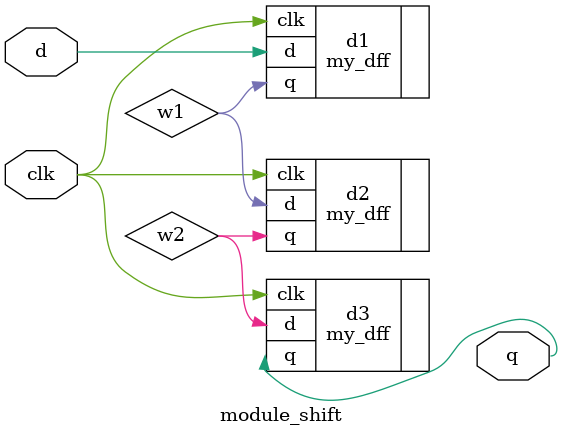
<source format=v>
module module_shift( input clk, input d, output q );
    wire w1;
    wire w2;
    my_dff d1 ( .clk(clk),
           		.d(d),
           		.q(w1)
          	  );
    my_dff d2 ( .clk(clk),
               .d(w1),
               .q(w2)
          	  );
    my_dff d3 ( .clk(clk),
               .d(w2),
               .q(q)
              );
  
endmodule

</source>
